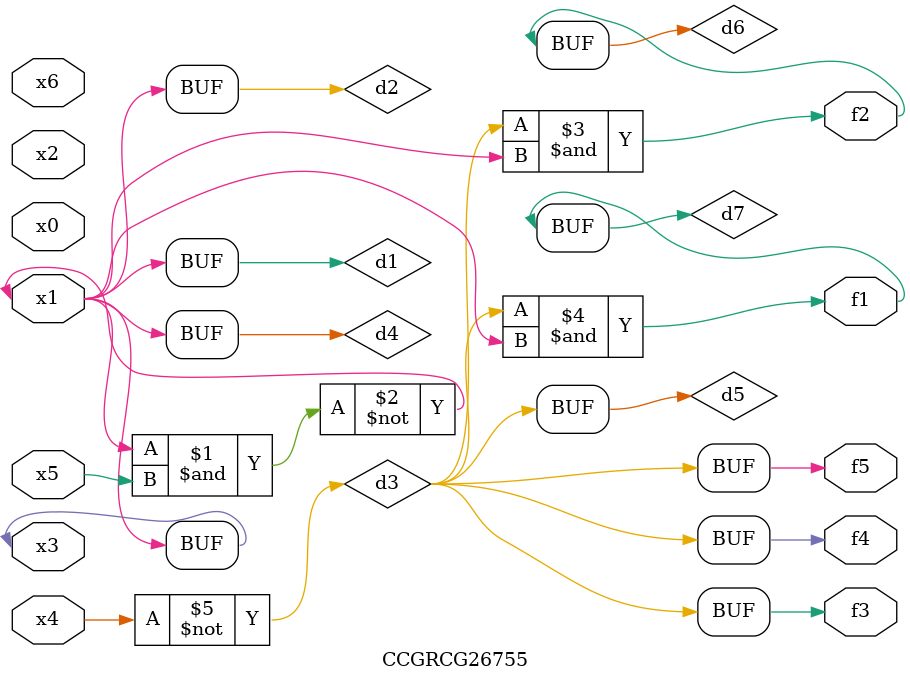
<source format=v>
module CCGRCG26755(
	input x0, x1, x2, x3, x4, x5, x6,
	output f1, f2, f3, f4, f5
);

	wire d1, d2, d3, d4, d5, d6, d7;

	buf (d1, x1, x3);
	nand (d2, x1, x5);
	not (d3, x4);
	buf (d4, d1, d2);
	buf (d5, d3);
	and (d6, d3, d4);
	and (d7, d3, d4);
	assign f1 = d7;
	assign f2 = d6;
	assign f3 = d5;
	assign f4 = d5;
	assign f5 = d5;
endmodule

</source>
